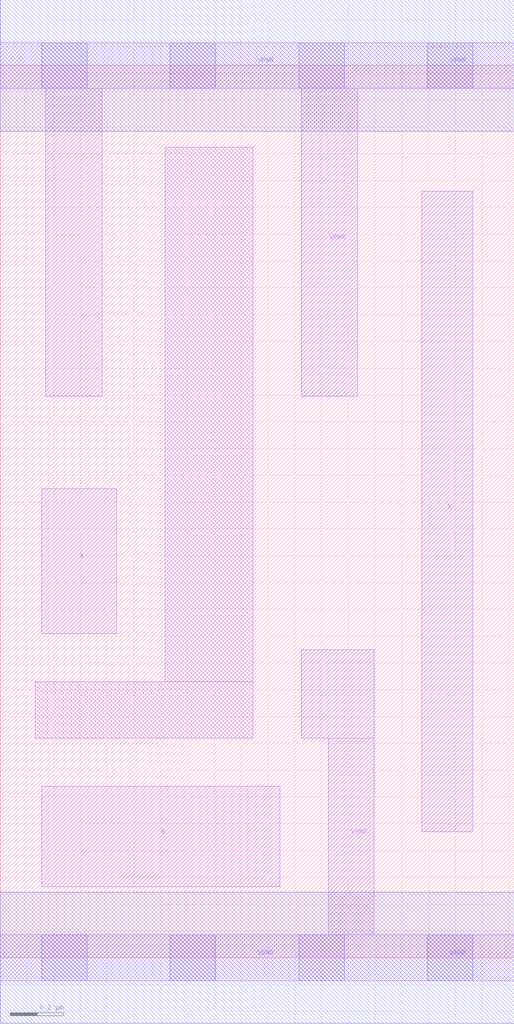
<source format=lef>
# Copyright 2020 The SkyWater PDK Authors
#
# Licensed under the Apache License, Version 2.0 (the "License");
# you may not use this file except in compliance with the License.
# You may obtain a copy of the License at
#
#     https://www.apache.org/licenses/LICENSE-2.0
#
# Unless required by applicable law or agreed to in writing, software
# distributed under the License is distributed on an "AS IS" BASIS,
# WITHOUT WARRANTIES OR CONDITIONS OF ANY KIND, either express or implied.
# See the License for the specific language governing permissions and
# limitations under the License.
#
# SPDX-License-Identifier: Apache-2.0

VERSION 5.7 ;
  NAMESCASESENSITIVE ON ;
  NOWIREEXTENSIONATPIN ON ;
  DIVIDERCHAR "/" ;
  BUSBITCHARS "[]" ;
UNITS
  DATABASE MICRONS 200 ;
END UNITS
MACRO sky130_fd_sc_lp__and2_m
  CLASS CORE ;
  SOURCE USER ;
  FOREIGN sky130_fd_sc_lp__and2_m ;
  ORIGIN  0.000000  0.000000 ;
  SIZE  1.920000 BY  3.330000 ;
  SYMMETRY X Y R90 ;
  SITE unit ;
  PIN A
    ANTENNAGATEAREA  0.126000 ;
    DIRECTION INPUT ;
    USE SIGNAL ;
    PORT
      LAYER li1 ;
        RECT 0.155000 1.210000 0.435000 1.750000 ;
    END
  END A
  PIN B
    ANTENNAGATEAREA  0.126000 ;
    DIRECTION INPUT ;
    USE SIGNAL ;
    PORT
      LAYER li1 ;
        RECT 0.155000 0.265000 1.045000 0.640000 ;
    END
  END B
  PIN X
    ANTENNADIFFAREA  0.222600 ;
    DIRECTION OUTPUT ;
    USE SIGNAL ;
    PORT
      LAYER li1 ;
        RECT 1.575000 0.470000 1.765000 2.860000 ;
    END
  END X
  PIN VGND
    DIRECTION INOUT ;
    USE GROUND ;
    PORT
      LAYER li1 ;
        RECT 0.000000 -0.085000 1.920000 0.085000 ;
        RECT 1.125000  0.820000 1.395000 1.150000 ;
        RECT 1.225000  0.085000 1.395000 0.820000 ;
      LAYER mcon ;
        RECT 0.155000 -0.085000 0.325000 0.085000 ;
        RECT 0.635000 -0.085000 0.805000 0.085000 ;
        RECT 1.115000 -0.085000 1.285000 0.085000 ;
        RECT 1.595000 -0.085000 1.765000 0.085000 ;
      LAYER met1 ;
        RECT 0.000000 -0.245000 1.920000 0.245000 ;
    END
  END VGND
  PIN VPWR
    DIRECTION INOUT ;
    USE POWER ;
    PORT
      LAYER li1 ;
        RECT 0.000000 3.245000 1.920000 3.415000 ;
        RECT 0.170000 2.095000 0.380000 3.245000 ;
        RECT 1.125000 2.095000 1.335000 3.245000 ;
      LAYER mcon ;
        RECT 0.155000 3.245000 0.325000 3.415000 ;
        RECT 0.635000 3.245000 0.805000 3.415000 ;
        RECT 1.115000 3.245000 1.285000 3.415000 ;
        RECT 1.595000 3.245000 1.765000 3.415000 ;
      LAYER met1 ;
        RECT 0.000000 3.085000 1.920000 3.575000 ;
    END
  END VPWR
  OBS
    LAYER li1 ;
      RECT 0.130000 0.820000 0.945000 1.030000 ;
      RECT 0.615000 1.030000 0.945000 3.025000 ;
  END
END sky130_fd_sc_lp__and2_m

</source>
